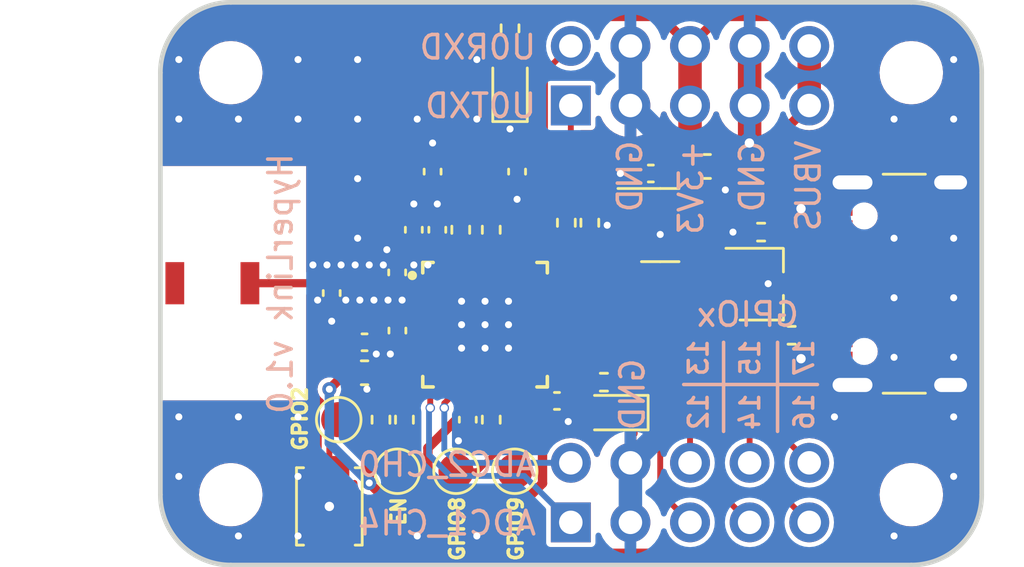
<source format=kicad_pcb>
(kicad_pcb (version 20221018) (generator pcbnew)
  (layers (0 "F.Cu" signal) (31 "B.Cu" signal) (34 "B.Paste" user) (35 "F.Paste" user) (36 "B.SilkS" user "B.Silkscreen") (37 "F.SilkS" user "F.Silkscreen") (38 "B.Mask" user) (39 "F.Mask" user) (44 "Edge.Cuts" user))
  (net 0 "")
  (net 1 "+3V3")
  (net 4 "VBUS")
  (net 5 "GND")
  (net 11 "/USB_D-")
  (net 12 "/USB_D+")
  (net 14 "/GPIO9")
  (net 15 "/GPIO2")
  (net 16 "/EN")
  (net 17 "/RF")
  (net 18 "/ANT")
  (net 19 "/GPIO8")
  (net 20 "/XTAL_P")
  (net 21 "/XTAL_N")
  (net 22 "/XTAL_P_RES")
  (net 23 "/VDD3P3")
  (net 24 "/U0RXD")
  (net 25 "/U0TXD")
  (net 26 "/GPIO12")
  (net 27 "/GPIO13")
  (net 28 "/GPIO14")
  (net 29 "/GPIO15")
  (net 30 "/GPIO16")
  (net 31 "/GPIO17")
  (net 32 "/ADC1_CH4")
  (net 33 "/ADC2_CH0")
  (net 34 "/U0TXD_RES")
  (net 35 "/CC1")
  (net 36 "/CC2")
  (net 38 "/LDO_EN")
  (net 39 "/STATUS_LED_RES")
  (net 40 "/POWER_LED_RES")
  (net 41 "/STATUS_LED")
  (footprint "Package_TO_SOT_SMD:SOT-23-5" (layer "F.Cu") (at 140.3 79.5)
    (fp_text reference "U3" hide)
    (fp_text value "MIC5504-3.3YM5" hide)
  )
  (footprint "Resistor_SMD:R_0402_1005Metric" (layer "F.Cu") (at 144.6 79.8 180)
    (fp_text reference "R7" hide)
    (fp_text value "5k1" hide)
  )
  (footprint "TestPoint:TestPoint_Pad_D1.5mm" (layer "F.Cu") (at 126.6 87.8)
    (fp_text reference "TP4" hide)
    (fp_text value "GPIO2" hide)
  )
  (footprint "MountingHole:MountingHole_2.2mm_M2" (layer "F.Cu") (at 122 73)
    (fp_text reference "H3" hide)
    (fp_text value "MountingHole" hide)
  )
  (footprint "Resistor_SMD:R_0402_1005Metric" (layer "F.Cu") (at 129.4 87.8 90)
    (fp_text reference "R4" hide)
    (fp_text value "10k" hide)
  )
  (footprint "Capacitor_SMD:C_0402_1005Metric" (layer "F.Cu") (at 135.9 87)
    (fp_text reference "C2" hide)
    (fp_text value "100n" hide)
  )
  (footprint "MountingHole:MountingHole_2.2mm_M2" (layer "F.Cu") (at 151 73)
    (fp_text reference "H2" hide)
    (fp_text value "MountingHole" hide)
  )
  (footprint "Resistor_SMD:R_0402_1005Metric" (layer "F.Cu") (at 145.9 84.2 180)
    (fp_text reference "R8" hide)
    (fp_text value "5k1" hide)
  )
  (footprint "Capacitor_SMD:C_0402_1005Metric" (layer "F.Cu") (at 130.6 77.22 90)
    (fp_text reference "C5" hide)
    (fp_text value "10p" hide)
  )
  (footprint "Resistor_SMD:R_0402_1005Metric" (layer "F.Cu") (at 136.3 79.4 -90)
    (fp_text reference "R1" hide)
    (fp_text value "1k5" hide)
  )
  (footprint "Capacitor_SMD:C_0603_1608Metric" (layer "F.Cu") (at 142.3 77)
    (fp_text reference "C7" hide)
    (fp_text value "10u" hide)
  )
  (footprint "TestPoint:TestPoint_Pad_D1.5mm" (layer "F.Cu") (at 134.1 90)
    (fp_text reference "TP2" hide)
    (fp_text value "GPIO9" hide)
  )
  (footprint "Capacitor_SMD:C_0603_1608Metric" (layer "F.Cu") (at 127.7 85.8)
    (fp_text reference "C18" hide)
    (fp_text value "10u" hide)
  )
  (footprint "Capacitor_SMD:C_0402_1005Metric" (layer "F.Cu") (at 126.3 82.4 -90)
    (fp_text reference "C14" hide)
    (fp_text value "4p" hide)
  )
  (footprint "Capacitor_SMD:C_0402_1005Metric" (layer "F.Cu") (at 130.8 79.7 90)
    (fp_text reference "C4" hide)
    (fp_text value "1u" hide)
  )
  (footprint "Capacitor_SMD:C_0402_1005Metric" (layer "F.Cu") (at 129.09 81.52 90)
    (fp_text reference "C1" hide)
    (fp_text value "4.7p" hide)
  )
  (footprint "Inductor_SMD:L_0402_1005Metric" (layer "F.Cu") (at 127.7 81.95)
    (fp_text reference "L1" hide)
    (fp_text value "1.8nH" hide)
  )
  (footprint "Capacitor_SMD:C_0402_1005Metric" (layer "F.Cu") (at 134.2 77.22 -90)
    (fp_text reference "C6" hide)
    (fp_text value "10p" hide)
  )
  (footprint "Inductor_SMD:L_0402_1005Metric" (layer "F.Cu") (at 127.7 83.5)
    (fp_text reference "L2" hide)
    (fp_text value "2n" hide)
  )
  (footprint "TestPoint:TestPoint_Pad_D1.5mm" (layer "F.Cu") (at 131.6 90)
    (fp_text reference "TP3" hide)
    (fp_text value "GPIO8" hide)
  )
  (footprint "Resistor_SMD:R_0402_1005Metric" (layer "F.Cu") (at 137.3 79.4 90)
    (fp_text reference "R10" hide)
    (fp_text value "10k" hide)
  )
  (footprint "Connector_USB:USB_C_Receptacle_GCT_USB4105-xx-A_16P_TopMnt_Horizontal" (layer "F.Cu") (at 151.6 82 90)
    (fp_text reference "J1" hide)
    (fp_text value "USB_C_Receptacle_USB2.0" hide)
  )
  (footprint "Capacitor_SMD:C_0402_1005Metric" (layer "F.Cu") (at 129.1 84 -90)
    (fp_text reference "C15" hide)
    (fp_text value "100n" hide)
  )
  (footprint "MountingHole:MountingHole_2.2mm_M2" (layer "F.Cu") (at 151 91)
    (fp_text reference "H1" hide)
    (fp_text value "MountingHole" hide)
  )
  (footprint "Connector_PinHeader_2.54mm:PinHeader_2x05_P2.54mm_Vertical" (layer "F.Cu") (at 136.49 92.18 90)
    (fp_text reference "J2" hide)
    (fp_text value "Conn_02x05_Odd_Even" hide)
  )
  (footprint "Connector_PinHeader_2.54mm:PinHeader_2x05_P2.54mm_Vertical" (layer "F.Cu") (at 136.49 74.4 90)
    (fp_text reference "J3" hide)
    (fp_text value "Conn_02x05_Odd_Even" hide)
  )
  (footprint "Resistor_SMD:R_0402_1005Metric" (layer "F.Cu") (at 137.9 86.2 180)
    (fp_text reference "R11" hide)
    (fp_text value "1k" hide)
  )
  (footprint "Capacitor_SMD:C_0402_1005Metric" (layer "F.Cu") (at 129.8 79.7 90)
    (fp_text reference "C3" hide)
    (fp_text value "10n" hide)
  )
  (footprint "Resistor_SMD:R_0402_1005Metric" (layer "F.Cu") (at 133.1 87.8 90)
    (fp_text reference "R2" hide)
    (fp_text value "10k" hide)
  )
  (footprint "Capacitor_SMD:C_0402_1005Metric" (layer "F.Cu") (at 139.9 77.3 180)
    (fp_text reference "C12" hide)
    (fp_text value "1u" hide)
  )
  (footprint "Resistor_SMD:R_0402_1005Metric" (layer "F.Cu") (at 128.4 87.8 90)
    (fp_text reference "R3" hide)
    (fp_text value "10k" hide)
  )
  (footprint "Resistor_SMD:R_0402_1005Metric" (layer "F.Cu") (at 131.8 79.7 -90)
    (fp_text reference "R6" hide)
    (fp_text value "0R" hide)
  )
  (footprint "Resistor_SMD:R_0402_1005Metric" (layer "F.Cu") (at 133.9 71.11 -90)
    (fp_text reference "R12" hide)
    (fp_text value "1k" hide)
  )
  (footprint "encyclopedia_galactica:ABM11W-30.0000MHZ-7-D1X-T3" (layer "F.Cu") (at 132.400001 77.4 180)
    (fp_text reference "Y1" hide)
    (fp_text value "ABM11W-40.0000MHZ-8-B1U-T3" hide)
  )
  (footprint "Capacitor_SMD:C_0402_1005Metric" (layer "F.Cu") (at 132.1 87.8 -90)
    (fp_text reference "C17" hide)
    (fp_text value "100n" hide)
  )
  (footprint "LED_SMD:LED_0603_1608Metric" (layer "F.Cu") (at 133.9 73.6 90)
    (fp_text reference "D2" hide)
    (fp_text value "LED" hide)
  )
  (footprint "MountingHole:MountingHole_2.2mm_M2" (layer "F.Cu") (at 122 91)
    (fp_text reference "H4" hide)
    (fp_text value "MountingHole" hide)
  )
  (footprint "Package_TO_SOT_SMD:TSOT-23" (layer "F.Cu") (at 144.6 82)
    (fp_text reference "U2" hide)
    (fp_text value "PESD2USB5UXT" hide)
  )
  (footprint "LED_SMD:LED_0603_1608Metric" (layer "F.Cu") (at 138.3 87.5 180)
    (fp_text reference "D1" hide)
    (fp_text value "LED" hide)
  )
  (footprint "encyclopedia_galactica:QFN32_5X5_EXP" (layer "F.Cu") (at 132.834851 83.7487)
    (fp_text reference "U1" hide)
    (fp_text value "ESP32-C3" hide)
  )
  (footprint "Capacitor_SMD:C_0402_1005Metric" (layer "F.Cu") (at 127.7 84.5)
    (fp_text reference "C16" hide)
    (fp_text value "100n" hide)
  )
  (footprint "TestPoint:TestPoint_Pad_D1.5mm" (layer "F.Cu") (at 129.1 90)
    (fp_text reference "TP1" hide)
    (fp_text value "EN" hide)
  )
  (footprint "Button_Switch_SMD:SW_SPST_B3U-1000P" (layer "F.Cu") (at 126.2 91.5 90)
    (fp_text reference "SW1" hide)
    (fp_text value "SW_Push" hide)
  )
  (footprint "encyclopedia_galactica:2108838-1" (layer "F.Cu") (at 118.715 81.98)
    (fp_text reference "AE1" hide)
    (fp_text value "2108838-1" hide)
  )
  (footprint "Resistor_SMD:R_0402_1005Metric" (layer "F.Cu") (at 133.1 79.7 -90)
    (fp_text reference "R5" hide)
    (fp_text value "500R" hide)
  )
  (gr_line (start 143 84.5) (end 143 88.3) (stroke (width 0.15)) (layer "B.SilkS"))
  (gr_line (start 145.3 84.5) (end 145.3 88.3) (stroke (width 0.15)) (layer "B.SilkS"))
  (gr_line (start 141.3 86.3) (end 147 86.3) (stroke (width 0.15)) (layer "B.SilkS"))
  (gr_line locked (start 122.000001 94) (end 151 94) (stroke (width 0.2)) (layer "Edge.Cuts"))
  (gr_arc locked (start 154.000002 91.000001) (mid 153.121322 93.121321) (end 151.000002 94.000001) (stroke (width 0.2)) (layer "Edge.Cuts"))
  (gr_line locked (start 119.000001 72.999999) (end 119 91) (stroke (width 0.2)) (layer "Edge.Cuts"))
  (gr_arc locked (start 151.000002 69.999999) (mid 153.121321 70.878679) (end 154.000002 72.999999) (stroke (width 0.2)) (layer "Edge.Cuts"))
  (gr_arc locked (start 122 94.000001) (mid 119.878673 93.121322) (end 119 91.000001) (stroke (width 0.2)) (layer "Edge.Cuts"))
  (gr_line locked (start 154.000003 73) (end 154.000002 91.000001) (stroke (width 0.2)) (layer "Edge.Cuts"))
  (gr_arc locked (start 119.000001 73) (mid 119.878674 70.878667) (end 122.000001 70) (stroke (width 0.2)) (layer "Edge.Cuts"))
  (gr_line locked (start 122.000001 70) (end 151 70) (stroke (width 0.2)) (layer "Edge.Cuts"))
  (gr_text "ADC1_CH4" (at 135.1 92.8) (layer "B.SilkS") (effects (font (size 1 1)) (justify left bottom mirror)))
  (gr_text "GND" (at 139.6 75.8 90) (layer "B.SilkS") (effects (font (size 1 1)) (justify left bottom mirror)))
  (gr_text "12" (at 142.4 86.6 90) (layer "B.SilkS") (effects (font (size 0.8 0.8)) (justify left bottom mirror)))
  (gr_text "GPIOx" (at 146.3 83.9) (layer "B.SilkS") (effects (font (size 1 1)) (justify left bottom mirror)))
  (gr_text "HyperLink v1.0" (at 124.7 76.35 90) (layer "B.SilkS") (effects (font (size 1 1)) (justify left bottom mirror)))
  (gr_text "17" (at 146.9 84.3 90) (layer "B.SilkS") (effects (font (size 0.8 0.8)) (justify left bottom mirror)))
  (gr_text "15" (at 144.6 84.3 90) (layer "B.SilkS") (effects (font (size 0.8 0.8)) (justify left bottom mirror)))
  (gr_text "13" (at 142.4 84.3 90) (layer "B.SilkS") (effects (font (size 0.8 0.8)) (justify left bottom mirror)))
  (gr_text "U0TXD" (at 135.1 75) (layer "B.SilkS") (effects (font (size 1 1)) (justify left bottom mirror)))
  (gr_text "16" (at 146.9 86.6 90) (layer "B.SilkS") (effects (font (size 0.8 0.8)) (justify left bottom mirror)))
  (gr_text "VBUS" (at 147.2 75.8 90) (layer "B.SilkS") (effects (font (size 1 1)) (justify left bottom mirror)))
  (gr_text "+3V3" (at 142.2 75.8 90) (layer "B.SilkS") (effects (font (size 1 1)) (justify left bottom mirror)))
  (gr_text "ADC2_CH0" (at 135.1 90.3) (layer "B.SilkS") (effects (font (size 1 1)) (justify left bottom mirror)))
  (gr_text "U0RXD" (at 135.1 72.5) (layer "B.SilkS") (effects (font (size 1 1)) (justify left bottom mirror)))
  (gr_text "GND" (at 139.7 85.1 90) (layer "B.SilkS") (effects (font (size 1 1)) (justify left bottom mirror)))
  (gr_text "14" (at 144.6 86.6 90) (layer "B.SilkS") (effects (font (size 0.8 0.8)) (justify left bottom mirror)))
  (gr_text "GND" (at 144.8 75.8 90) (layer "B.SilkS") (effects (font (size 1 1)) (justify left bottom mirror)))
  (gr_text "GPIO9" (at 134.5 93.9 90) (layer "F.SilkS") (effects (font (size 0.6 0.6)) (justify left bottom)))
  (gr_text "GPIO2" (at 125.3 89.2 90) (layer "F.SilkS") (effects (font (size 0.6 0.6)) (justify left bottom)))
  (gr_text "GPIO8" (at 132 93.9 90) (layer "F.SilkS") (effects (font (size 0.6 0.6)) (justify left bottom)))
  (gr_text "EN" (at 129.5 92.4 90) (layer "F.SilkS") (effects (font (size 0.6 0.6)) (justify left bottom)))
  (segment (start 132.11 87.32) (end 132.1 87.32) (width 0.4) (layer "F.Cu") (net 1))
  (segment (start 142.83 70.6) (end 147.325 70.6) (width 0.4) (layer "F.Cu") (net 1))
  (segment (start 132.08485 86.1974) (end 132.08485 87.30485) (width 0.4) (layer "F.Cu") (net 1))
  (segment (start 135.283551 90.516449) (end 133.878 91.922) (width 0.4) (layer "F.Cu") (net 1))
  (segment (start 126.9 85.8) (end 126.925 85.8) (width 0.4) (layer "F.Cu") (net 1))
  (segment (start 130.4 89.009562) (end 130.4 91.2) (width 0.4) (layer "F.Cu") (net 1))
  (segment (start 141.57 78.35) (end 141.4375 78.35) (width 1) (layer "F.Cu") (net 1))
  (segment (start 130.8 80.515149) (end 130.8 80.18) (width 0.4) (layer "F.Cu") (net 1))
  (segment (start 126.2 86.5) (end 126.9 85.8) (width 0.4) (layer "F.Cu") (net 1))
  (segment (start 127.22 84.5) (end 127.22 85.505) (width 0.4) (layer "F.Cu") (net 1))
  (segment (start 132.2 70.6) (end 128.963 73.837) (width 0.4) (layer "F.Cu") (net 1))
  (segment (start 141.57 74.4) (end 141.57 71.86) (width 1) (layer "F.Cu") (net 1))
  (segment (start 141.57 71.86) (end 140.31 70.6) (width 0.4) (layer "F.Cu") (net 1))
  (segment (start 141.57 74.4) (end 141.57 78.35) (width 1) (layer "F.Cu") (net 1))
  (segment (start 127.22 85.505) (end 126.925 85.8) (width 0.4) (layer "F.Cu") (net 1))
  (segment (start 147.325 70.6) (end 148.2 71.475) (width 0.4) (layer "F.Cu") (net 1))
  (segment (start 148.2 92.5) (end 147.2 93.5) (width 0.4) (layer "F.Cu") (net 1))
  (segment (start 135.283551 85.498699) (end 135.283551 90.516449) (width 0.4) (layer "F.Cu") (net 1))
  (segment (start 148.2 71.475) (end 148.2 75.2) (width 0.4) (layer "F.Cu") (net 1))
  (segment (start 131.084852 81.3) (end 131.1 81.3) (width 0.4) (layer "F.Cu") (net 1))
  (segment (start 127.9 90.5) (end 127.9 88.81) (width 0.4) (layer "F.Cu") (net 1))
  (segment (start 147.2 93.5) (end 135.456 93.5) (width 0.4) (layer "F.Cu") (net 1))
  (segment (start 127.9 90.5) (end 128.6 91.2) (width 0.4) (layer "F.Cu") (net 1))
  (segment (start 133.878 91.922) (end 133.156 91.2) (width 0.4) (layer "F.Cu") (net 1))
  (segment (start 141.57 71.86) (end 142.83 70.6) (width 0.4) (layer "F.Cu") (net 1))
  (segment (start 151.7 78.7) (end 151.7 85.3) (width 0.4) (layer "F.Cu") (net 1))
  (segment (start 128.963 73.837) (end 128.963 79.614471) (width 0.4) (layer "F.Cu") (net 1))
  (segment (start 131.1 81.3) (end 131.342425 81.057575) (width 0.4) (layer "F.Cu") (net 1))
  (segment (start 151.7 85.3) (end 148.2 88.8) (width 0.4) (layer "F.Cu") (net 1))
  (segment (start 128.6 91.2) (end 130.4 91.2) (width 0.4) (layer "F.Cu") (net 1))
  (segment (start 131.342425 81.057575) (end 130.8 80.515149) (width 0.4) (layer "F.Cu") (net 1))
  (segment (start 138.513288 76.5) (end 141.47 76.5) (width 0.4) (layer "F.Cu") (net 1))
  (segment (start 133.156 91.2) (end 130.4 91.2) (width 0.4) (layer "F.Cu") (net 1))
  (segment (start 130.8 80.18) (end 129.8 80.18) (width 0.4) (layer "F.Cu") (net 1))
  (segment (start 129.4 88.31) (end 128.4 88.31) (width 0.4) (layer "F.Cu") (net 1))
  (segment (start 136.3 78.713288) (end 138.513288 76.5) (width 0.4) (layer "F.Cu") (net 1))
  (segment (start 127.215 84.495) (end 127.22 84.5) (width 0.4) (layer "F.Cu") (net 1))
  (segment (start 133.1 88.31) (end 132.11 87.32) (width 0.4) (layer "F.Cu") (net 1))
  (segment (start 132.1 87.32) (end 132.089562 87.32) (width 0.4) (layer "F.Cu") (net 1))
  (segment (start 129.528529 80.18) (end 129.8 80.18) (width 0.4) (layer "F.Cu") (net 1))
  (segment (start 140.31 70.6) (end 132.2 70.6) (width 0.4) (layer "F.Cu") (net 1))
  (segment (start 136.3 78.89) (end 136.3 78.713288) (width 0.4) (layer "F.Cu") (net 1))
  (segment (start 135.456 93.5) (end 133.878 91.922) (width 0.4) (layer "F.Cu") (net 1))
  (segment (start 128.963 79.614471) (end 129.528529 80.18) (width 0.4) (layer "F.Cu") (net 1))
  (segment (start 127.9 88.81) (end 128.4 88.31) (width 0.4) (layer "F.Cu") (net 1))
  (segment (start 148.2 75.2) (end 151.7 78.7) (width 0.4) (layer "F.Cu") (net 1))
  (segment (start 148.2 88.8) (end 148.2 92.5) (width 0.4) (layer "F.Cu") (net 1))
  (segment (start 127.215 83.5) (end 127.215 84.495) (width 0.4) (layer "F.Cu") (net 1))
  (segment (start 131.584851 81.3) (end 131.342425 81.057575) (width 0.4) (layer "F.Cu") (net 1))
  (segment (start 132.089562 87.32) (end 130.4 89.009562) (width 0.4) (layer "F.Cu") (net 1))
  (segment (start 132.08485 87.30485) (end 132.1 87.32) (width 0.4) (layer "F.Cu") (net 1))
  (via (at 126.2 86.5) (size 0.6) (drill 0.3) (layers "F.Cu" "B.Cu") (net 1))
  (via (at 127.9 90.5) (size 0.6) (drill 0.3) (layers "F.Cu" "B.Cu") (net 1))
  (segment (start 127.9 90.5) (end 126.2 88.8) (width 0.4) (layer "B.Cu") (net 1))
  (segment (start 126.2 88.8) (end 126.2 86.5) (width 0.4) (layer "B.Cu") (net 1))
  (segment (start 147.92 84.4) (end 148.42434 84.4) (width 0.35) (layer "F.Cu") (net 4))
  (segment (start 149.597 80.77266) (end 148.42434 79.6) (width 0.35) (layer "F.Cu") (net 4))
  (segment (start 148.42434 84.4) (end 149.597 83.22734) (width 0.35) (layer "F.Cu") (net 4))
  (segment (start 145.452 75.598) (end 145.452 79.152) (width 0.4) (layer "F.Cu") (net 4))
  (segment (start 145.9 79.6) (end 145.452 79.152) (width 0.35) (layer "F.Cu") (net 4))
  (segment (start 140.132112 78.55) (end 139.1625 78.55) (width 0.35) (layer "F.Cu") (net 4))
  (segment (start 147.92 79.6) (end 145.9 79.6) (width 0.35) (layer "F.Cu") (net 4))
  (segment (start 149.597 83.22734) (end 149.597 80.77266) (width 0.35) (layer "F.Cu") (net 4))
  (segment (start 148.42434 79.6) (end 147.92 79.6) (width 0.35) (layer "F.Cu") (net 4))
  (segment (start 137.64 78.55) (end 139.1625 78.55) (width 0.25) (layer "F.Cu") (net 4))
  (segment (start 146.65 71.86) (end 146.65 74.4) (width 1) (layer "F.Cu") (net 4))
  (segment (start 137.3 78.89) (end 137.64 78.55) (width 0.25) (layer "F.Cu") (net 4))
  (segment (start 145.452 79.152) (end 140.734112 79.152) (width 0.35) (layer "F.Cu") (net 4))
  (segment (start 140.734112 79.152) (end 140.132112 78.55) (width 0.35) (layer "F.Cu") (net 4))
  (segment (start 140.38 77.3) (end 140.38 78.302112) (width 0.35) (layer "F.Cu") (net 4))
  (segment (start 140.38 78.302112) (end 140.132112 78.55) (width 0.35) (layer "F.Cu") (net 4))
  (segment (start 146.65 74.4) (end 145.452 75.598) (width 0.4) (layer "F.Cu") (net 4))
  (segment (start 147.92 78.8) (end 147.92 78.255) (width 0.4) (layer "F.Cu") (net 5))
  (segment (start 144.9 82) (end 145.91 82) (width 0.25) (layer "F.Cu") (net 5))
  (segment (start 147.92 85.745) (end 148.495 86.32) (width 0.35) (layer "F.Cu") (net 5))
  (segment (start 147.92 85.2) (end 147.92 85.745) (width 0.35) (layer "F.Cu") (net 5))
  (segment (start 128.65 80.55) (end 129.09 80.99) (width 0.4) (layer "F.Cu") (net 5))
  (segment (start 133.9 74.3875) (end 133.9 75.4) (width 0.4) (layer "F.Cu") (net 5))
  (segment (start 139.42 77.3) (end 138.6 77.3) (width 0.4) (layer "F.Cu") (net 5))
  (segment (start 130.8 79.22) (end 130.8 78.6) (width 0.4) (layer "F.Cu") (net 5))
  (segment (start 129.09 80.99) (end 129.09 81.04) (width 0.4) (layer "F.Cu") (net 5))
  (segment (start 131.7 88.7) (end 132.1 88.3) (width 0.4) (layer "F.Cu") (net 5))
  (segment (start 128.2 84.52) (end 128.18 84.5) (width 0.4) (layer "F.Cu") (net 5))
  (segment (start 144.11 74.4) (end 144.11 71.86) (width 1) (layer "F.Cu") (net 5))
  (segment (start 131.590001 76.74) (end 131.763001 76.913) (width 0.2) (layer "F.Cu") (net 5))
  (segment (start 146.3 85.2) (end 147.92 85.2) (width 0.35) (layer "F.Cu") (net 5))
  (segment (start 130.6 76.74) (end 131.590001 76.74) (width 0.2) (layer "F.Cu") (net 5))
  (segment (start 143.075 78) (end 143.075 77) (width 0.4) (layer "F.Cu") (net 5))
  (segment (start 145.39 84.29) (end 146.3 85.2) (width 0.4) (layer "F.Cu") (net 5))
  (segment (start 129.8 79.22) (end 129.8 78.6) (width 0.4) (layer "F.Cu") (net 5))
  (segment (start 126.2 93.2) (end 126.2 91.5) (width 0.4) (layer "F.Cu") (net 5))
  (segment (start 128.2 85) (end 128.2 84.52) (width 0.4) (layer "F.Cu") (net 5))
  (segment (start 143.4 79.8) (end 144.09 79.8) (width 0.4) (layer "F.Cu") (net 5))
  (segment (start 139.0875 87.5) (end 139.0875 89.5825) (width 0.4) (layer "F.Cu") (net 5))
  (segment (start 138.046557 79.5) (end 139.1625 79.5) (width 0.4) (layer "F.Cu") (net 5))
  (segment (start 146.3 78.8) (end 147.92 78.8) (width 0.4) (layer "F.Cu") (net 5))
  (segment (start 145.39 84.2) (end 145.39 84.29) (width 0.4) (layer "F.Cu") (net 5))
  (segment (start 133.224001 77.7) (end 133.037001 77.887) (width 0.2) (layer "F.Cu") (net 5))
  (segment (start 139.0875 89.5825) (end 139.03 89.64) (width 0.4) (layer "F.Cu") (net 5))
  (segment (start 139.9 79.5) (end 139.1625 79.5) (width 0.4) (layer "F.Cu") (net 5))
  (segment (start 128.475 85.825) (end 128.475 85.8) (width 0.4) (layer "F.Cu") (net 5))
  (segment (start 134.2 78.4) (end 134.2 77.7) (width 0.4) (layer "F.Cu") (net 5))
  (segment (start 140.3 79.9) (end 139.9 79.5) (width 0.4) (layer "F.Cu") (net 5))
  (segment (start 136.38 87.88) (end 136.38 87) (width 0.4) (layer "F.Cu") (net 5))
  (segment (start 130.6 76) (end 130.6 76.7) (width 0.4) (layer "F.Cu") (net 5))
  (segment (start 126.3 82.88) (end 126.3 83.6) (width 0.4) (layer "F.Cu") (net 5))
  (segment (start 127.8 86.5) (end 128.475 85.825) (width 0.4) (layer "F.Cu") (net 5))
  (segment (start 147.92 78.255) (end 148.495 77.68) (width 0.4) (layer "F.Cu") (net 5))
  (segment (start 134.2 77.7) (end 133.224001 77.7) (width 0.2) (layer "F.Cu") (net 5))
  (segment (start 138.040639 79.505918) (end 138.046557 79.5) (width 0.4) (layer "F.Cu") (net 5))
  (segment (start 144.11 74.4) (end 144.11 75.99) (width 1) (layer "F.Cu") (net 5))
  (segment (start 128.799503 85) (end 128.799503 84.780497) (width 0.4) (layer "F.Cu") (net 5))
  (segment (start 128.799503 84.780497) (end 129.1 84.48) (width 0.4) (layer "F.Cu") (net 5))
  (segment (start 132.1 88.3) (end 132.1 88.28) (width 0.4) (layer "F.Cu") (net 5))
  (segment (start 144.11 75.99) (end 144.1 76) (width 1) (layer "F.Cu") (net 5))
  (via (at 127.405 74.979999) (size 0.4) (drill 0.3) (layers "F.Cu" "B.Cu") (net 5))
  (via (at 132.485 72.439999) (size 0.4) (drill 0.3) (layers "F.Cu" "B.Cu") (net 5))
  (via (at 122.325 92.759999) (size 0.4) (drill 0.3) (layers "F.Cu" "B.Cu") (net 5))
  (via (at 130.4 81.2) (size 0.4) (drill 0.3) (layers "F.Cu" "B.Cu") (net 5))
  (via (at 128.65 80.55) (size 0.4) (drill 0.3) (layers "F.Cu" "B.Cu") (net 5))
  (via (at 126.9 82.7) (size 0.4) (drill 0.3) (layers "F.Cu" "B.Cu") (net 5))
  (via (at 119.785 72.439999) (size 0.4) (drill 0.3) (layers "F.Cu" "B.Cu") (net 5))
  (via (at 138.6 77.3) (size 0.6) (drill 0.3) (layers "F.Cu" "B.Cu") (net 5))
  (via (at 129.8 81.2) (size 0.4) (drill 0.3) (layers "F.Cu" "B.Cu") (net 5))
  (via (at 152.805 87.679999) (size 0.4) (drill 0.3) (layers "F.Cu" "B.Cu") (net 5))
  (via (at 147.725 87.679999) (size 0.4) (drill 0.3) (layers "F.Cu" "B.Cu") (net 5))
  (via (at 133.9 75.4) (size 0.6) (drill 0.3) (layers "F.Cu" "B.Cu") (net 5))
  (via (at 128.1 82.7) (size 0.4) (drill 0.3) (layers "F.Cu" "B.Cu") (net 5))
  (via (at 124.865 92.759999) (size 0.4) (drill 0.3) (layers "F.Cu" "B.Cu") (net 5))
  (via (at 132.485 74.979999) (size 0.4) (drill 0.3) (layers "F.Cu" "B.Cu") (net 5))
  (via (at 146.3 78.8) (size 0.9) (drill 0.4) (layers "F.Cu" "B.Cu") (net 5))
  (via (at 133.834851 84.7487) (size 0.4) (drill 0.3) (layers "F.Cu" "B.Cu") (net 5))
  (via (at 126.7 81.2) (size 0.4) (drill 0.3) (layers "F.Cu" "B.Cu") (net 5))
  (via (at 134.2 78.4) (size 0.4) (drill 0.3) (layers "F.Cu" "B.Cu") (net 5))
  (via (at 132.834851 83.7487) (size 0.4) (drill 0.3) (layers "F.Cu" "B.Cu") (net 5))
  (via (at 131.834851 84.7487) (size 0.4) (drill 0.3) (layers "F.Cu" "B.Cu") (net 5))
  (via (at 127.5 82.7) (size 0.4) (drill 0.3) (layers "F.Cu" "B.Cu") (net 5))
  (via (at 152.805 74.979999) (size 0.4) (drill 0.3) (layers "F.Cu" "B.Cu") (net 5))
  (via (at 127.405 80.059999) (size 0.4) (drill 0.3) (layers "F.Cu" "B.Cu") (net 5))
  (via (at 136.38 87.88) (size 0.6) (drill 0.3) (layers "F.Cu" "B.Cu") (net 5))
  (via (at 143.075 78) (size 0.6) (drill 0.3) (layers "F.Cu" "B.Cu") (net 5))
  (via (at 138.040639 79.505918) (size 0.6) (drill 0.3) (layers "F.Cu" "B.Cu") (net 5))
  (via (at 131.834851 83.7487) (size 0.4) (drill 0.3) (layers "F.Cu" "B.Cu") (net 5))
  (via (at 124.865 72.439999) (size 0.4) (drill 0.3) (layers "F.Cu" "B.Cu") (net 5))
  (via (at 132.834851 82.7487) (size 0.4) (drill 0.3) (layers "F.Cu" "B.Cu") (net 5))
  (via (at 124.865 74.979999) (size 0.4) (drill 0.3) (layers "F.Cu" "B.Cu") (net 5))
  (via (at 130.6 76) (size 0.4) (drill 0.3) (layers "F.Cu" "B.Cu") (net 5))
  (via (at 150.265 74.979999) (size 0.4) (drill 0.3) (layers "F.Cu" "B.Cu") (net 5))
  (via (at 124.865 87.679999) (size 0.4) (drill 0.3) (layers "F.Cu" "B.Cu") (net 5))
  (via (at 126.2 91.5) (size 0.9) (drill 0.4) (layers "F.Cu" "B.Cu") (net 5))
  (via (at 150.265 92.759999) (size 0.4) (drill 0.3) (layers "F.Cu" "B.Cu") (net 5))
  (via (at 128.799503 85) (size 0.4) (drill 0.3) (layers "F.Cu" "B.Cu") (net 5))
  (via (at 144.9 82) (size 0.6) (drill 0.3) (layers "F.Cu" "B.Cu") (net 5))
  (via (at 127.405 72.439999) (size 0.4) (drill 0.3) (layers "F.Cu" "B.Cu") (net 5))
  (via (at 143.4 79.8) (size 0.6) (drill 0.3) (layers "F.Cu" "B.Cu") (net 5))
  (via (at 119.785 87.679999) (size 0.4) (drill 0.3) (layers "F.Cu" "B.Cu") (net 5))
  (via (at 133.834851 83.7487) (size 0.4) (drill 0.3) (layers "F.Cu" "B.Cu") (net 5))
  (via (at 152.805 90.219999) (size 0.4) (drill 0.3) (layers "F.Cu" "B.Cu") (net 5))
  (via (at 152.805 85.139999) (size 0.4) (drill 0.3) (layers "F.Cu" "B.Cu") (net 5))
  (via (at 131.834851 82.7487) (size 0.4) (drill 0.3) (layers "F.Cu" "B.Cu") (net 5))
  (via (at 127.3 81.2) (size 0.4) (drill 0.3) (layers "F.Cu" "B.Cu") (net 5))
  (via (at 122.325 87.679999) (size 0.4) (drill 0.3) (layers "F.Cu" "B.Cu") (net 5))
  (via (at 119.785 90.219999) (size 0.4) (drill 0.3) (layers "F.Cu" "B.Cu") (net 5))
  (via (at 128.7 82.7) (size 0.4) (drill 0.3) (layers "F.Cu" "B.Cu") (net 5))
  (via (at 152.805 80.059999) (size 0.4) (drill 0.3) (layers "F.Cu" "B.Cu") (net 5))
  (via (at 129.8 78.6) (size 0.4) (drill 0.3) (layers "F.Cu" "B.Cu") (net 5))
  (via (at 132.834851 84.7487) (size 0.4) (drill 0.3) (layers "F.Cu" "B.Cu") (net 5))
  (via (at 122.325 74.979999) (size 0.4) (drill 0.3) (layers "F.Cu" "B.Cu") (net 5))
  (via (at 126.3 83.6) (size 0.4) (drill 0.3) (layers "F.Cu" "B.Cu") (net 5))
  (via (at 152.805 82.599999) (size 0.4) (drill 0.3) (layers "F.Cu" "B.Cu") (net 5))
  (via (at 129.945 92.759999) (size 0.4) (drill 0.3) (layers "F.Cu" "B.Cu") (net 5))
  (via (at 130.8 78.6) (size 0.4) (drill 0.3) (layers "F.Cu" "B.Cu") (net 5))
  (via (at 146.3 85.2) (size 0.9) (drill 0.4) (layers "F.Cu" "B.Cu") (net 5))
  (via (at 125.7 82.7) (size 0.4) (drill 0.3) (layers "F.Cu" "B.Cu") (net 5))
  (via (at 150.265 85.139999) (size 0.4) (drill 0.3) (layers "F.Cu" "B.Cu") (net 5))
  (via (at 140.3 79.9) (size 0.6) (drill 0.3) (layers "F.Cu" "B.Cu") (net 5))
  (via (at 132.485 92.759999) (size 0.4) (drill 0.3) (layers "F.Cu" "B.Cu") (net 5))
  (via (at 128.2 85) (size 0.4) (drill 0.3) (layers "F.Cu" "B.Cu") (net 5))
  (via (at 129.945 74.979999) (size 0.4) (drill 0.3) (layers "F.Cu" "B.Cu") (net 5))
  (via (at 129.3 82.7) (size 0.4) (drill 0.3) (layers "F.Cu" "B.Cu") (net 5))
  (via (at 119.785 74.979999) (size 0.4) (drill 0.3) (layers "F.Cu" "B.Cu") (net 5))
  (via (at 126.099503 81.2) (size 0.4) (drill 0.3) (layers "F.Cu" "B.Cu") (net 5))
  (via (at 144.1 76) (size 0.9) (drill 0.4) (layers "F.Cu" "B.Cu") (net 5))
  (via (at 133.834851 82.7487) (size 0.4) (drill 0.3) (layers "F.Cu" "B.Cu") (net 5))
  (via (at 125.5 81.2) (size 0.4) (drill 0.3) (layers "F.Cu" "B.Cu") (net 5))
  (via (at 131.7 88.7) (size 0.4) (drill 0.3) (layers "F.Cu" "B.Cu") (net 5))
  (via (at 152.805 72.439999) (size 0.4) (drill 0.3) (layers "F.Cu" "B.Cu") (net 5))
  (via (at 127.9 81.2) (size 0.4) (drill 0.3) (layers "F.Cu" "B.Cu") (net 5))
  (via (at 124.865 90.219999) (size 0.4) (drill 0.3) (layers "F.Cu" "B.Cu") (net 5))
  (via (at 128.5 81.2) (size 0.4) (drill 0.3) (layers "F.Cu" "B.Cu") (net 5))
  (via (at 127.8 86.5) (size 0.6) (drill 0.3) (layers "F.Cu" "B.Cu") (net 5))
  (via (at 150.265 80.059999) (size 0.4) (drill 0.3) (layers "F.Cu" "B.Cu") (net 5))
  (via (at 150.265 82.599999) (size 0.4) (drill 0.3) (layers "F.Cu" "B.Cu") (net 5))
  (via (at 127.405 77.519999) (size 0.4) (drill 0.3) (layers "F.Cu" "B.Cu") (net 5))
  (segment (start 143.43 78.8) (end 146.3 78.8) (width 1) (layer "B.Cu") (net 5))
  (segment (start 139.03 92.18) (end 139.03 89.64) (width 1) (layer "B.Cu") (net 5))
  (segment (start 139.03 74.4) (end 139.03 71.86) (width 1) (layer "B.Cu") (net 5))
  (segment (start 143.47 85.2) (end 139.03 89.64) (width 1) (layer "B.Cu") (net 5))
  (segment (start 139.03 74.4) (end 143.43 78.8) (width 1) (layer "B.Cu") (net 5))
  (segment (start 146.3 85.2) (end 143.47 85.2) (width 1) (layer "B.Cu") (net 5))
  (segment (start 151 84.099999) (end 150.9 83.999999) (width 0.4) (layer "B.Cu") (net 5))
  (segment (start 148.55 81.75) (end 147.92 81.75) (width 0.25) (layer "F.Cu") (net 11))
  (segment (start 134.58485 81.01515) (end 134.723 80.877) (width 0.25) (layer "F.Cu") (net 11))
  (segment (start 138.523684 82.2) (end 144.3 82.2) (width 0.25) (layer "F.Cu") (net 11))
  (segment (start 148.8 82.5) (end 148.8 82) (width 0.25) (layer "F.Cu") (net 11))
  (segment (start 144.85 82.75) (end 147.92 82.75) (width 0.25) (layer "F.Cu") (net 11))
  (segment (start 148.8 82) (end 148.55 81.75) (width 0.25) (layer "F.Cu") (net 11))
  (segment (start 147.92 82.75) (end 148.55 82.75) (width 0.25) (layer "F.Cu") (net 11))
  (segment (start 137.200684 80.877) (end 138.523684 82.2) (width 0.25) (layer "F.Cu") (net 11))
  (segment (start 144.3 82.2) (end 144.85 82.75) (width 0.25) (layer "F.Cu") (net 11))
  (segment (start 134.58485 81.3) (end 134.58485 81.01515) (width 0.25) (layer "F.Cu") (net 11))
  (segment (start 148.55 82.75) (end 148.8 82.5) (width 0.25) (layer "F.Cu") (net 11))
  (segment (start 134.723 80.877) (end 137.200684 80.877) (width 0.25) (layer "F.Cu") (net 11))
  (segment (start 143.29 82.21) (end 143.29 82.95) (width 0.25) (layer "F.Cu") (net 11))
  (segment (start 147.245 82.25) (end 147.92 82.25) (width 0.25) (layer "F.Cu") (net 12))
  (segment (start 138.656842 81.8) (end 144.3 81.8) (width 0.25) (layer "F.Cu") (net 12))
  (segment (start 143.29 81.79) (end 143.29 81.05) (width 0.25) (layer "F.Cu") (net 12))
  (segment (start 147 82.005) (end 147.245 82.25) (width 0.25) (layer "F.Cu") (net 12))
  (segment (start 137.356842 80.5) (end 138.656842 81.8) (width 0.25) (layer "F.Cu") (net 12))
  (segment (start 144.3 81.8) (end 144.85 81.25) (width 0.25) (layer "F.Cu") (net 12))
  (segment (start 134.084851 80.915149) (end 134.084851 81.3) (width 0.25) (layer "F.Cu") (net 12))
  (segment (start 136.3 80.5) (end 137.356842 80.5) (width 0.25) (layer "F.Cu") (net 12))
  (segment (start 144.85 81.25) (end 147.92 81.25) (width 0.25) (layer "F.Cu") (net 12))
  (segment (start 134.5 80.5) (end 134.084851 80.915149) (width 0.25) (layer "F.Cu") (net 12))
  (segment (start 147.191 81.25) (end 147 81.441) (width 0.25) (layer "F.Cu") (net 12))
  (segment (start 136.3 79.91) (end 136.3 80.5) (width 0.25) (layer "F.Cu") (net 12))
  (segment (start 147 81.441) (end 147 82.005) (width 0.25) (layer "F.Cu") (net 12))
  (segment (start 147.92 81.25) (end 147.191 81.25) (width 0.25) (layer "F.Cu") (net 12))
  (segment (start 136.3 80.5) (end 134.5 80.5) (width 0.25) (layer "F.Cu") (net 12))
  (segment (start 134.084851 86.1974) (end 134.084851 87.351692) (width 0.25) (layer "F.Cu") (net 14))
  (segment (start 134.177 87.443841) (end 134.177 89.923) (width 0.25) (layer "F.Cu") (net 14))
  (segment (start 134.177 89.923) (end 134.1 90) (width 0.25) (layer "F.Cu") (net 14))
  (segment (start 134.084851 87.351692) (end 134.177 87.443841) (width 0.25) (layer "F.Cu") (net 14))
  (segment (start 126.2 88.2) (end 126.6 87.8) (width 0.25) (layer "F.Cu") (net 15))
  (segment (start 127.11 87.29) (end 126.6 87.8) (width 0.25) (layer "F.Cu") (net 15))
  (segment (start 128.4 87.29) (end 127.11 87.29) (width 0.25) (layer "F.Cu") (net 15))
  (segment (start 129.323 86.367) (end 128.4 87.29) (width 0.2) (layer "F.Cu") (net 15))
  (segment (start 126.2 89.8) (end 126.2 88.2) (width 0.25) (layer "F.Cu") (net 15))
  (segment (start 129.323 85.190703) (end 129.323 86.367) (width 0.2) (layer "F.Cu") (net 15))
  (segment (start 130.386151 84.498701) (end 130.015002 84.498701) (width 0.2) (layer "F.Cu") (net 15))
  (segment (start 130.015002 84.498701) (end 129.323 85.190703) (width 0.2) (layer "F.Cu") (net 15))
  (segment (start 129.947 89.153) (end 129.1 90) (width 0.2) (layer "F.Cu") (net 16))
  (segment (start 129.947 87.747) (end 129.947 89.153) (width 0.2) (layer "F.Cu") (net 16))
  (segment (start 129.977451 84.9987) (end 129.65 85.326151) (width 0.2) (layer "F.Cu") (net 16))
  (segment (start 130.386151 84.9987) (end 129.977451 84.9987) (width 0.2) (layer "F.Cu") (net 16))
  (segment (start 129.65 87.45) (end 129.947 87.747) (width 0.2) (layer "F.Cu") (net 16))
  (segment (start 129.65 85.326151) (end 129.65 87.45) (width 0.2) (layer "F.Cu") (net 16))
  (segment (start 127.185 81.98) (end 122.815 81.98) (width 0.35) (layer "F.Cu") (net 17))
  (segment (start 127.215 81.95) (end 127.185 81.98) (width 0.35) (layer "F.Cu") (net 17))
  (segment (start 128.2317 81.9967) (end 130.386151 81.9967) (width 0.35) (layer "F.Cu") (net 18))
  (segment (start 128.185 81.95) (end 128.2317 81.9967) (width 0.35) (layer "F.Cu") (net 18))
  (segment (start 133.584852 87.384852) (end 133.584852 86.1974) (width 0.25) (layer "F.Cu") (net 19))
  (segment (start 133.8 88.7) (end 133.8 87.6) (width 0.25) (layer "F.Cu") (net 19))
  (segment (start 133.1 87.29) (end 133.49 87.29) (width 0.25) (layer "F.Cu") (net 19))
  (segment (start 131.6 90) (end 132.5 90) (width 0.25) (layer "F.Cu") (net 19))
  (segment (start 133.49 87.29) (end 133.584852 87.384852) (width 0.25) (layer "F.Cu") (net 19))
  (segment (start 132.5 90) (end 133.8 88.7) (width 0.25) (layer "F.Cu") (net 19))
  (segment (start 133.8 87.6) (end 133.584852 87.384852) (width 0.25) (layer "F.Cu") (net 19))
  (segment (start 131.8 79.19) (end 131.8 77.923999) (width 0.2) (layer "F.Cu") (net 20))
  (segment (start 130.6 77.7) (end 131.576001 77.7) (width 0.2) (layer "F.Cu") (net 20))
  (segment (start 131.576001 77.7) (end 131.763001 77.887) (width 0.2) (layer "F.Cu") (net 20))
  (segment (start 131.8 77.923999) (end 131.763001 77.887) (width 0.2) (layer "F.Cu") (net 20))
  (segment (start 134.2 76.74) (end 133.210001 76.74) (width 0.2) (layer "F.Cu") (net 21))
  (segment (start 132.578 78.578) (end 132.4 78.4) (width 0.15) (layer "F.Cu") (net 21))
  (segment (start 133.210001 76.74) (end 133.037001 76.913) (width 0.2) (layer "F.Cu") (net 21))
  (segment (start 132.4 77.349001) (end 132.836001 76.913) (width 0.15) (layer "F.Cu") (net 21))
  (segment (start 132.836001 76.913) (end 133.037001 76.913) (width 0.15) (layer "F.Cu") (net 21))
  (segment (start 132.4 78.4) (end 132.4 77.349001) (width 0.15) (layer "F.Cu") (net 21))
  (segment (start 132.584851 81.3) (end 132.578 81.293149) (width 0.15) (layer "F.Cu") (net 21))
  (segment (start 132.578 81.293149) (end 132.578 78.578) (width 0.15) (layer "F.Cu") (net 21))
  (segment (start 132.08485 80.69485) (end 131.6 80.21) (width 0.25) (layer "F.Cu") (net 22))
  (segment (start 132.08485 81.3) (end 132.08485 80.69485) (width 0.25) (layer "F.Cu") (net 22))
  (segment (start 128.185 83.5) (end 129.08 83.5) (width 0.4) (layer "F.Cu") (net 23))
  (segment (start 129.898699 82.998699) (end 129.892425 82.992425) (width 0.4) (layer "F.Cu") (net 23))
  (segment (start 130.386151 82.4987) (end 129.892425 82.992425) (width 0.4) (layer "F.Cu") (net 23))
  (segment (start 130.386151 82.998699) (end 129.898699 82.998699) (width 0.4) (layer "F.Cu") (net 23))
  (segment (start 129.08 83.5) (end 129.1 83.52) (width 0.4) (layer "F.Cu") (net 23))
  (segment (start 129.364851 83.52) (end 129.1 83.52) (width 0.4) (layer "F.Cu") (net 23))
  (segment (start 129.892425 82.992425) (end 129.364851 83.52) (width 0.4) (layer "F.Cu") (net 23))
  (segment (start 133.584852 80.615148) (end 136.49 77.71) (width 0.25) (layer "F.Cu") (net 24))
  (segment (start 133.584852 81.3) (end 133.584852 80.615148) (width 0.25) (layer "F.Cu") (net 24))
  (segment (start 136.49 77.71) (end 136.49 74.4) (width 0.25) (layer "F.Cu") (net 24))
  (segment (start 135.388 78.012) (end 135.388 72.962) (width 0.25) (layer "F.Cu") (net 25))
  (segment (start 135.388 72.962) (end 136.49 71.86) (width 0.25) (layer "F.Cu") (net 25))
  (segment (start 134.21 79.19) (end 135.388 78.012) (width 0.25) (layer "F.Cu") (net 25))
  (segment (start 133.1 79.19) (end 134.21 79.19) (width 0.25) (layer "F.Cu") (net 25))
  (segment (start 140.3 90.91) (end 141.57 92.18) (width 0.25) (layer "F.Cu") (net 26))
  (segment (start 140.3 87.175264) (end 140.3 90.91) (width 0.25) (layer "F.Cu") (net 26))
  (segment (start 135.283551 84.498701) (end 137.623437 84.498701) (width 0.25) (layer "F.Cu") (net 26))
  (segment (start 137.623437 84.498701) (end 140.3 87.175264) (width 0.25) (layer "F.Cu") (net 26))
  (segment (start 141.57 87.912106) (end 141.57 89.64) (width 0.25) (layer "F.Cu") (net 27))
  (segment (start 135.283551 83.9987) (end 137.656594 83.9987) (width 0.25) (layer "F.Cu") (net 27))
  (segment (start 137.656594 83.9987) (end 141.57 87.912106) (width 0.25) (layer "F.Cu") (net 27))
  (segment (start 142.022052 87.831) (end 142.231 87.831) (width 0.25) (layer "F.Cu") (net 28))
  (segment (start 142.231 87.831) (end 142.9 88.5) (width 0.25) (layer "F.Cu") (net 28))
  (segment (start 142.9 90.97) (end 144.11 92.18) (width 0.25) (layer "F.Cu") (net 28))
  (segment (start 135.283551 83.4987) (end 137.689752 83.4987) (width 0.25) (layer "F.Cu") (net 28))
  (segment (start 142.9 88.5) (end 142.9 90.97) (width 0.25) (layer "F.Cu") (net 28))
  (segment (start 137.689752 83.4987) (end 142.022052 87.831) (width 0.25) (layer "F.Cu") (net 28))
  (segment (start 144.11 88.243158) (end 144.11 89.64) (width 0.25) (layer "F.Cu") (net 29))
  (segment (start 137.722909 82.998699) (end 142.17821 87.454) (width 0.25) (layer "F.Cu") (net 29))
  (segment (start 143.320842 87.454) (end 144.11 88.243158) (width 0.25) (layer "F.Cu") (net 29))
  (segment (start 135.283551 82.998699) (end 137.722909 82.998699) (width 0.25) (layer "F.Cu") (net 29))
  (segment (start 142.17821 87.454) (end 143.320842 87.454) (width 0.25) (layer "F.Cu") (net 29))
  (segment (start 145.4 90.93) (end 146.65 92.18) (width 0.25) (layer "F.Cu") (net 30))
  (segment (start 143.477 87.077) (end 145.4 89) (width 0.25) (layer "F.Cu") (net 30))
  (segment (start 145.4 89) (end 145.4 90.93) (width 0.25) (layer "F.Cu") (net 30))
  (segment (start 137.756068 82.4987) (end 142.334368 87.077) (width 0.25) (layer "F.Cu") (net 30))
  (segment (start 135.283551 82.4987) (end 137.756068 82.4987) (width 0.25) (layer "F.Cu") (net 30))
  (segment (start 142.334368 87.077) (end 143.477 87.077) (width 0.25) (layer "F.Cu") (net 30))
  (segment (start 142.490526 86.7) (end 143.71 86.7) (width 0.25) (layer "F.Cu") (net 31))
  (segment (start 135.283551 81.998701) (end 137.789227 81.998701) (width 0.25) (layer "F.Cu") (net 31))
  (segment (start 143.71 86.7) (end 146.65 89.64) (width 0.25) (layer "F.Cu") (net 31))
  (segment (start 137.789227 81.998701) (end 142.490526 86.7) (width 0.25) (layer "F.Cu") (net 31))
  (segment (start 130.5 87.3) (end 130.5 86.782252) (width 0.25) (layer "F.Cu") (net 32))
  (segment (start 130.5 86.782252) (end 131.084852 86.1974) (width 0.25) (layer "F.Cu") (net 32))
  (via (at 130.5 87.3) (size 0.4) (drill 0.3) (layers "F.Cu" "B.Cu") (net 32))
  (segment (start 130.448 89.298) (end 131.35 90.2) (width 0.25) (layer "B.Cu") (net 32))
  (segment (start 130.448 87.352) (end 130.448 89.298) (width 0.25) (layer "B.Cu") (net 32))
  (segment (start 130.5 87.3) (end 130.448 87.352) (width 0.25) (layer "B.Cu") (net 32))
  (segment (start 134.51 90.2) (end 136.49 92.18) (width 0.25) (layer "B.Cu") (net 32))
  (segment (start 131.35 90.2) (end 134.51 90.2) (width 0.25) (layer "B.Cu") (net 32))
  (segment (start 131.099503 87.3) (end 131.099503 87.100248) (width 0.25) (layer "F.Cu") (net 33))
  (segment (start 131.099503 87.100248) (end 131.584851 86.6149) (width 0.25) (layer "F.Cu") (net 33))
  (segment (start 131.584851 86.6149) (end 131.584851 86.1974) (width 0.25) (layer "F.Cu") (net 33))
  (via (at 131.099503 87.3) (size 0.4) (drill 0.3) (layers "F.Cu" "B.Cu") (net 33))
  (segment (start 131.099503 87.3) (end 131.099503 89.099503) (width 0.25) (layer "B.Cu") (net 33))
  (segment (start 131.64 89.64) (end 136.49 89.64) (width 0.25) (layer "B.Cu") (net 33))
  (segment (start 131.099503 89.099503) (end 131.64 89.64) (width 0.25) (layer "B.Cu") (net 33))
  (segment (start 133.084851 81.3) (end 133.084851 80.365149) (width 0.25) (layer "F.Cu") (net 34))
  (segment (start 147.095 83.25) (end 146.41 83.935) (width 0.25) (layer "F.Cu") (net 35))
  (segment (start 147.92 83.25) (end 147.095 83.25) (width 0.25) (layer "F.Cu") (net 35))
  (segment (start 146.41 83.935) (end 146.41 84.2) (width 0.25) (layer "F.Cu") (net 35))
  (segment (start 145.56 80.25) (end 147.92 80.25) (width 0.25) (layer "F.Cu") (net 36))
  (segment (start 145.11 79.8) (end 145.56 80.25) (width 0.25) (layer "F.Cu") (net 36))
  (segment (start 137.84 80.45) (end 139.1625 80.45) (width 0.25) (layer "F.Cu") (net 38))
  (segment (start 137.3 79.91) (end 137.84 80.45) (width 0.25) (layer "F.Cu") (net 38))
  (segment (start 137.39 87.3775) (end 137.5125 87.5) (width 0.25) (layer "F.Cu") (net 39))
  (segment (start 137.39 86.2) (end 137.39 87.3775) (width 0.25) (layer "F.Cu") (net 39))
  (segment (start 133.9 71.62) (end 133.9 72.8125) (width 0.25) (layer "F.Cu") (net 40))
  (segment (start 135.283551 84.9987) (end 137.2087 84.9987) (width 0.25) (layer "F.Cu") (net 41))
  (segment (start 137.2087 84.9987) (end 138.41 86.2) (width 0.25) (layer "F.Cu") (net 41))
  (zone locked (net 5) (net_name "GND") (layer "F.Cu") (priority 2) (connect_pads (clearance 0.2)) (min_thickness 0.25) (fill yes (thermal_gap 0.5) (thermal_bridge_width 0.5))
    (polygon (pts (xy 119 76.98) (xy 119 70) (xy 154 70) (xy 154 94) (xy 119 94) (xy 119 86.98) (xy 125.215 86.98) (xy 125.215 76.98)))
  )
  (zone (net 5) (net_name "GND") (layer "B.Cu") (connect_pads (clearance 0.2)) (min_thickness 0.25) (fill yes (thermal_gap 0.5) (thermal_bridge_width 0.5))
    (polygon (pts (xy 119 70) (xy 154 70) (xy 154 94) (xy 119 94)))
  )
)
</source>
